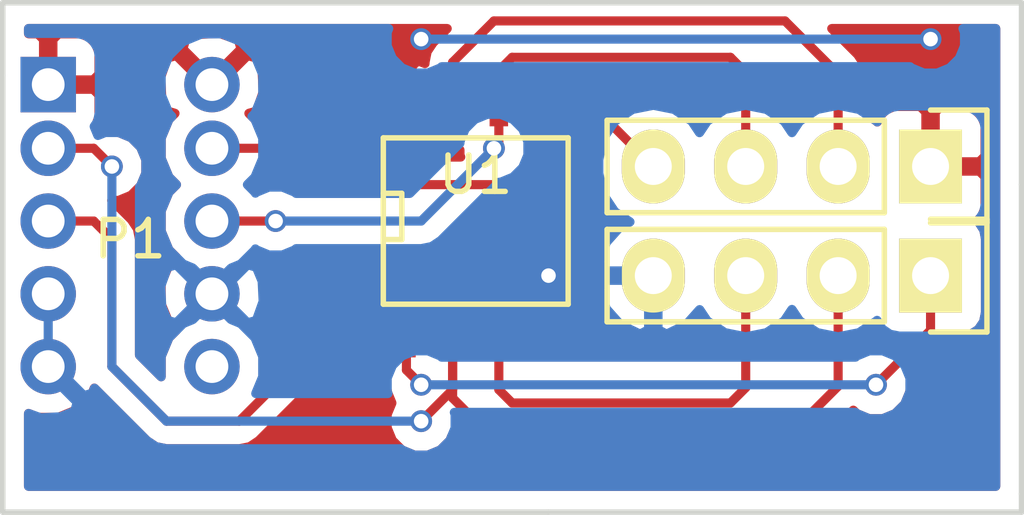
<source format=kicad_pcb>
(kicad_pcb (version 4) (host pcbnew 4.0.4-stable)

  (general
    (links 17)
    (no_connects 0)
    (area 98.466667 113.466666 131.675 128.075001)
    (thickness 1.6)
    (drawings 9)
    (tracks 64)
    (zones 0)
    (modules 4)
    (nets 9)
  )

  (page A4)
  (layers
    (0 F.Cu signal hide)
    (31 B.Cu signal)
    (32 B.Adhes user)
    (33 F.Adhes user)
    (34 B.Paste user)
    (35 F.Paste user)
    (36 B.SilkS user)
    (37 F.SilkS user)
    (38 B.Mask user)
    (39 F.Mask user)
    (40 Dwgs.User user)
    (41 Cmts.User user)
    (42 Eco1.User user)
    (43 Eco2.User user)
    (44 Edge.Cuts user)
    (45 Margin user)
    (46 B.CrtYd user)
    (47 F.CrtYd user)
    (48 B.Fab user)
    (49 F.Fab user)
  )

  (setup
    (last_trace_width 0.25)
    (trace_clearance 0.2)
    (zone_clearance 0.508)
    (zone_45_only no)
    (trace_min 0.006)
    (segment_width 0.2)
    (edge_width 0.15)
    (via_size 0.6)
    (via_drill 0.4)
    (via_min_size 0.027)
    (via_min_drill 0.3)
    (uvia_size 0.3)
    (uvia_drill 0.1)
    (uvias_allowed no)
    (uvia_min_size 0)
    (uvia_min_drill 0.1)
    (pcb_text_width 0.3)
    (pcb_text_size 1.5 1.5)
    (mod_edge_width 0.15)
    (mod_text_size 1 1)
    (mod_text_width 0.15)
    (pad_size 1.524 1.524)
    (pad_drill 0.762)
    (pad_to_mask_clearance 0.2)
    (aux_axis_origin 0 0)
    (visible_elements FFFFFF5F)
    (pcbplotparams
      (layerselection 0x00030_80000001)
      (usegerberextensions false)
      (excludeedgelayer true)
      (linewidth 0.100000)
      (plotframeref false)
      (viasonmask false)
      (mode 1)
      (useauxorigin false)
      (hpglpennumber 1)
      (hpglpenspeed 20)
      (hpglpendiameter 15)
      (hpglpenoverlay 2)
      (psnegative false)
      (psa4output false)
      (plotreference true)
      (plotvalue true)
      (plotinvisibletext false)
      (padsonsilk false)
      (subtractmaskfromsilk false)
      (outputformat 1)
      (mirror false)
      (drillshape 0)
      (scaleselection 1)
      (outputdirectory gerbers/))
  )

  (net 0 "")
  (net 1 ~CS)
  (net 2 MISO)
  (net 3 GND)
  (net 4 VCC)
  (net 5 ~SCK)
  (net 6 MOSI)
  (net 7 ~WP)
  (net 8 ~HOLD)

  (net_class Default "This is the default net class."
    (clearance 0.2)
    (trace_width 0.25)
    (via_dia 0.6)
    (via_drill 0.4)
    (uvia_dia 0.3)
    (uvia_drill 0.1)
    (add_net GND)
    (add_net MISO)
    (add_net MOSI)
    (add_net VCC)
    (add_net ~CS)
    (add_net ~HOLD)
    (add_net ~SCK)
    (add_net ~WP)
  )

  (module Testlib:MOLEX-87264-1052 (layer F.Cu) (tedit 5837284E) (tstamp 58372956)
    (at 103.5 120)
    (path /583537AB)
    (fp_text reference P1 (at 0 0.5) (layer F.SilkS)
      (effects (font (size 1 1) (thickness 0.15)))
    )
    (fp_text value CONN_02X05 (at 0 5.5) (layer F.Fab)
      (effects (font (size 1 1) (thickness 0.15)))
    )
    (pad 6 thru_hole circle (at -2.25 0) (size 1.524 1.524) (drill 0.9) (layers *.Cu *.Mask)
      (net 1 ~CS))
    (pad 4 thru_hole circle (at -2.25 -2) (size 1.524 1.524) (drill 0.9) (layers *.Cu *.Mask)
      (net 2 MISO))
    (pad 8 thru_hole circle (at -2.25 2) (size 1.524 1.524) (drill 0.9) (layers *.Cu *.Mask)
      (net 3 GND))
    (pad 10 thru_hole circle (at -2.25 4) (size 1.524 1.524) (drill 0.9) (layers *.Cu *.Mask)
      (net 3 GND))
    (pad 2 thru_hole rect (at -2.25 -3.75) (size 1.524 1.524) (drill 0.9) (layers *.Cu *.Mask)
      (net 4 VCC))
    (pad 9 thru_hole circle (at 2.25 4) (size 1.524 1.524) (drill 0.9) (layers *.Cu *.Mask))
    (pad 7 thru_hole circle (at 2.25 2) (size 1.524 1.524) (drill 0.9) (layers *.Cu *.Mask)
      (net 3 GND))
    (pad 5 thru_hole circle (at 2.25 0) (size 1.524 1.524) (drill 0.9) (layers *.Cu *.Mask)
      (net 5 ~SCK))
    (pad 3 thru_hole circle (at 2.25 -2) (size 1.524 1.524) (drill 0.9) (layers *.Cu *.Mask)
      (net 6 MOSI))
    (pad 1 thru_hole circle (at 2.25 -3.75) (size 1.524 1.524) (drill 0.9) (layers *.Cu *.Mask)
      (net 4 VCC))
  )

  (module Pin_Headers:Pin_Header_Straight_1x04 (layer F.Cu) (tedit 0) (tstamp 5837295E)
    (at 125.5 121.5 270)
    (descr "Through hole pin header")
    (tags "pin header")
    (path /58372B0B)
    (fp_text reference P2 (at 0 -5.1 270) (layer F.SilkS)
      (effects (font (size 1 1) (thickness 0.15)))
    )
    (fp_text value CONN_01X04 (at 0 -3.1 270) (layer F.Fab)
      (effects (font (size 1 1) (thickness 0.15)))
    )
    (fp_line (start -1.75 -1.75) (end -1.75 9.4) (layer F.CrtYd) (width 0.05))
    (fp_line (start 1.75 -1.75) (end 1.75 9.4) (layer F.CrtYd) (width 0.05))
    (fp_line (start -1.75 -1.75) (end 1.75 -1.75) (layer F.CrtYd) (width 0.05))
    (fp_line (start -1.75 9.4) (end 1.75 9.4) (layer F.CrtYd) (width 0.05))
    (fp_line (start -1.27 1.27) (end -1.27 8.89) (layer F.SilkS) (width 0.15))
    (fp_line (start 1.27 1.27) (end 1.27 8.89) (layer F.SilkS) (width 0.15))
    (fp_line (start 1.55 -1.55) (end 1.55 0) (layer F.SilkS) (width 0.15))
    (fp_line (start -1.27 8.89) (end 1.27 8.89) (layer F.SilkS) (width 0.15))
    (fp_line (start 1.27 1.27) (end -1.27 1.27) (layer F.SilkS) (width 0.15))
    (fp_line (start -1.55 0) (end -1.55 -1.55) (layer F.SilkS) (width 0.15))
    (fp_line (start -1.55 -1.55) (end 1.55 -1.55) (layer F.SilkS) (width 0.15))
    (pad 1 thru_hole rect (at 0 0 270) (size 2.032 1.7272) (drill 1.016) (layers *.Cu *.Mask F.SilkS)
      (net 1 ~CS))
    (pad 2 thru_hole oval (at 0 2.54 270) (size 2.032 1.7272) (drill 1.016) (layers *.Cu *.Mask F.SilkS)
      (net 2 MISO))
    (pad 3 thru_hole oval (at 0 5.08 270) (size 2.032 1.7272) (drill 1.016) (layers *.Cu *.Mask F.SilkS)
      (net 7 ~WP))
    (pad 4 thru_hole oval (at 0 7.62 270) (size 2.032 1.7272) (drill 1.016) (layers *.Cu *.Mask F.SilkS)
      (net 3 GND))
    (model Pin_Headers.3dshapes/Pin_Header_Straight_1x04.wrl
      (at (xyz 0 -0.15 0))
      (scale (xyz 1 1 1))
      (rotate (xyz 0 0 90))
    )
  )

  (module Pin_Headers:Pin_Header_Straight_1x04 (layer F.Cu) (tedit 0) (tstamp 58372966)
    (at 125.5 118.5 270)
    (descr "Through hole pin header")
    (tags "pin header")
    (path /58372B32)
    (fp_text reference P3 (at 0 -5.1 270) (layer F.SilkS)
      (effects (font (size 1 1) (thickness 0.15)))
    )
    (fp_text value CONN_01X04 (at 0 -3.1 270) (layer F.Fab)
      (effects (font (size 1 1) (thickness 0.15)))
    )
    (fp_line (start -1.75 -1.75) (end -1.75 9.4) (layer F.CrtYd) (width 0.05))
    (fp_line (start 1.75 -1.75) (end 1.75 9.4) (layer F.CrtYd) (width 0.05))
    (fp_line (start -1.75 -1.75) (end 1.75 -1.75) (layer F.CrtYd) (width 0.05))
    (fp_line (start -1.75 9.4) (end 1.75 9.4) (layer F.CrtYd) (width 0.05))
    (fp_line (start -1.27 1.27) (end -1.27 8.89) (layer F.SilkS) (width 0.15))
    (fp_line (start 1.27 1.27) (end 1.27 8.89) (layer F.SilkS) (width 0.15))
    (fp_line (start 1.55 -1.55) (end 1.55 0) (layer F.SilkS) (width 0.15))
    (fp_line (start -1.27 8.89) (end 1.27 8.89) (layer F.SilkS) (width 0.15))
    (fp_line (start 1.27 1.27) (end -1.27 1.27) (layer F.SilkS) (width 0.15))
    (fp_line (start -1.55 0) (end -1.55 -1.55) (layer F.SilkS) (width 0.15))
    (fp_line (start -1.55 -1.55) (end 1.55 -1.55) (layer F.SilkS) (width 0.15))
    (pad 1 thru_hole rect (at 0 0 270) (size 2.032 1.7272) (drill 1.016) (layers *.Cu *.Mask F.SilkS)
      (net 4 VCC))
    (pad 2 thru_hole oval (at 0 2.54 270) (size 2.032 1.7272) (drill 1.016) (layers *.Cu *.Mask F.SilkS)
      (net 8 ~HOLD))
    (pad 3 thru_hole oval (at 0 5.08 270) (size 2.032 1.7272) (drill 1.016) (layers *.Cu *.Mask F.SilkS)
      (net 5 ~SCK))
    (pad 4 thru_hole oval (at 0 7.62 270) (size 2.032 1.7272) (drill 1.016) (layers *.Cu *.Mask F.SilkS)
      (net 6 MOSI))
    (model Pin_Headers.3dshapes/Pin_Header_Straight_1x04.wrl
      (at (xyz 0 -0.15 0))
      (scale (xyz 1 1 1))
      (rotate (xyz 0 0 90))
    )
  )

  (module SMD_Packages:SOIC-8-N (layer F.Cu) (tedit 0) (tstamp 58372972)
    (at 113 120)
    (descr "Module Narrow CMS SOJ 8 pins large")
    (tags "CMS SOJ")
    (path /5835393B)
    (attr smd)
    (fp_text reference U1 (at 0 -1.27) (layer F.SilkS)
      (effects (font (size 1 1) (thickness 0.15)))
    )
    (fp_text value 25LC_EEPROM (at 0 1.27) (layer F.Fab)
      (effects (font (size 1 1) (thickness 0.15)))
    )
    (fp_line (start -2.54 -2.286) (end 2.54 -2.286) (layer F.SilkS) (width 0.15))
    (fp_line (start 2.54 -2.286) (end 2.54 2.286) (layer F.SilkS) (width 0.15))
    (fp_line (start 2.54 2.286) (end -2.54 2.286) (layer F.SilkS) (width 0.15))
    (fp_line (start -2.54 2.286) (end -2.54 -2.286) (layer F.SilkS) (width 0.15))
    (fp_line (start -2.54 -0.762) (end -2.032 -0.762) (layer F.SilkS) (width 0.15))
    (fp_line (start -2.032 -0.762) (end -2.032 0.508) (layer F.SilkS) (width 0.15))
    (fp_line (start -2.032 0.508) (end -2.54 0.508) (layer F.SilkS) (width 0.15))
    (pad 8 smd rect (at -1.905 -3.175) (size 0.508 1.143) (layers F.Cu F.Paste F.Mask)
      (net 4 VCC))
    (pad 7 smd rect (at -0.635 -3.175) (size 0.508 1.143) (layers F.Cu F.Paste F.Mask)
      (net 8 ~HOLD))
    (pad 6 smd rect (at 0.635 -3.175) (size 0.508 1.143) (layers F.Cu F.Paste F.Mask)
      (net 5 ~SCK))
    (pad 5 smd rect (at 1.905 -3.175) (size 0.508 1.143) (layers F.Cu F.Paste F.Mask)
      (net 6 MOSI))
    (pad 4 smd rect (at 1.905 3.175) (size 0.508 1.143) (layers F.Cu F.Paste F.Mask)
      (net 3 GND))
    (pad 3 smd rect (at 0.635 3.175) (size 0.508 1.143) (layers F.Cu F.Paste F.Mask)
      (net 7 ~WP))
    (pad 2 smd rect (at -0.635 3.175) (size 0.508 1.143) (layers F.Cu F.Paste F.Mask)
      (net 2 MISO))
    (pad 1 smd rect (at -1.905 3.175) (size 0.508 1.143) (layers F.Cu F.Paste F.Mask)
      (net 1 ~CS))
    (model SMD_Packages.3dshapes/SOIC-8-N.wrl
      (at (xyz 0 0 0))
      (scale (xyz 0.5 0.38 0.5))
      (rotate (xyz 0 0 0))
    )
  )

  (gr_line (start 128 128) (end 128 127.5) (angle 90) (layer Edge.Cuts) (width 0.15))
  (gr_line (start 115 128) (end 128 128) (angle 90) (layer Edge.Cuts) (width 0.15))
  (gr_line (start 128 119) (end 128 127.5) (angle 90) (layer Edge.Cuts) (width 0.15))
  (gr_line (start 128 114) (end 115 114) (angle 90) (layer Edge.Cuts) (width 0.15))
  (gr_line (start 128 119) (end 128 114) (angle 90) (layer Edge.Cuts) (width 0.15))
  (gr_line (start 100 114) (end 100 116) (angle 90) (layer Edge.Cuts) (width 0.15))
  (gr_line (start 115 114) (end 100 114) (angle 90) (layer Edge.Cuts) (width 0.15))
  (gr_line (start 100 128) (end 115 128) (angle 90) (layer Edge.Cuts) (width 0.15))
  (gr_line (start 100 128) (end 100 116) (angle 90) (layer Edge.Cuts) (width 0.15))

  (segment (start 111.095 123.175) (end 111.095 124.095) (width 0.25) (layer F.Cu) (net 1))
  (segment (start 125.5 123) (end 125.5 121.5) (width 0.25) (layer F.Cu) (net 1) (tstamp 5837372A))
  (segment (start 124 124.5) (end 125.5 123) (width 0.25) (layer F.Cu) (net 1) (tstamp 58373729))
  (via (at 124 124.5) (size 0.6) (drill 0.4) (layers F.Cu B.Cu) (net 1))
  (segment (start 111.5 124.5) (end 124 124.5) (width 0.25) (layer B.Cu) (net 1) (tstamp 58373721))
  (via (at 111.5 124.5) (size 0.6) (drill 0.4) (layers F.Cu B.Cu) (net 1))
  (segment (start 111.095 124.095) (end 111.5 124.5) (width 0.25) (layer F.Cu) (net 1) (tstamp 5837371B))
  (segment (start 111.095 123.175) (end 108.825 123.175) (width 0.25) (layer F.Cu) (net 1))
  (segment (start 102.5 120) (end 101.25 120) (width 0.25) (layer F.Cu) (net 1) (tstamp 5837362E))
  (segment (start 103 120.5) (end 102.5 120) (width 0.25) (layer F.Cu) (net 1) (tstamp 5837362C))
  (segment (start 103 124) (end 103 120.5) (width 0.25) (layer F.Cu) (net 1) (tstamp 58373629))
  (segment (start 104.5 125.5) (end 103 124) (width 0.25) (layer F.Cu) (net 1) (tstamp 58373625))
  (segment (start 106.5 125.5) (end 104.5 125.5) (width 0.25) (layer F.Cu) (net 1) (tstamp 58373623))
  (segment (start 108.825 123.175) (end 106.5 125.5) (width 0.25) (layer F.Cu) (net 1) (tstamp 5837361A))
  (segment (start 112.365 123.175) (end 112.365 124.865) (width 0.25) (layer F.Cu) (net 2))
  (segment (start 122.96 124.54) (end 122.96 121.5) (width 0.25) (layer F.Cu) (net 2) (tstamp 5837370F))
  (segment (start 121.5 126) (end 122.96 124.54) (width 0.25) (layer F.Cu) (net 2) (tstamp 58373700))
  (segment (start 113.5 126) (end 121.5 126) (width 0.25) (layer F.Cu) (net 2) (tstamp 583736FC))
  (segment (start 112.365 124.865) (end 113.5 126) (width 0.25) (layer F.Cu) (net 2) (tstamp 583736F9))
  (segment (start 101.25 118) (end 102.5 118) (width 0.25) (layer F.Cu) (net 2))
  (segment (start 112.365 124.635) (end 112.365 123.175) (width 0.25) (layer F.Cu) (net 2) (tstamp 58373686))
  (segment (start 111.5 125.5) (end 112.365 124.635) (width 0.25) (layer F.Cu) (net 2) (tstamp 58373685))
  (via (at 111.5 125.5) (size 0.6) (drill 0.4) (layers F.Cu B.Cu) (net 2))
  (segment (start 104.5 125.5) (end 111.5 125.5) (width 0.25) (layer B.Cu) (net 2) (tstamp 5837367D))
  (segment (start 103 124) (end 104.5 125.5) (width 0.25) (layer B.Cu) (net 2) (tstamp 58373678))
  (segment (start 103 118.5) (end 103 124) (width 0.25) (layer B.Cu) (net 2) (tstamp 58373677))
  (via (at 103 118.5) (size 0.6) (drill 0.4) (layers F.Cu B.Cu) (net 2))
  (segment (start 102.5 118) (end 103 118.5) (width 0.25) (layer F.Cu) (net 2) (tstamp 58373672))
  (segment (start 114.905 123.175) (end 114.905 121.595) (width 0.25) (layer F.Cu) (net 3))
  (via (at 115 121.5) (size 0.6) (drill 0.4) (layers F.Cu B.Cu) (net 3))
  (segment (start 114.905 121.595) (end 115 121.5) (width 0.25) (layer F.Cu) (net 3) (tstamp 58373887))
  (segment (start 101.25 124) (end 101.25 122) (width 0.25) (layer B.Cu) (net 3))
  (via (at 111.5 115) (size 0.6) (drill 0.4) (layers F.Cu B.Cu) (net 4))
  (via (at 125.5 115) (size 0.6) (drill 0.4) (layers F.Cu B.Cu) (net 4))
  (segment (start 111.5 115) (end 125.5 115) (width 0.25) (layer B.Cu) (net 4) (tstamp 583779F8))
  (segment (start 113.635 116.825) (end 113.635 117.865) (width 0.25) (layer F.Cu) (net 5))
  (segment (start 107.5 120) (end 105.75 120) (width 0.25) (layer F.Cu) (net 5) (tstamp 58373762))
  (via (at 107.5 120) (size 0.6) (drill 0.4) (layers F.Cu B.Cu) (net 5))
  (segment (start 111.5 120) (end 107.5 120) (width 0.25) (layer B.Cu) (net 5) (tstamp 58373759))
  (segment (start 113.5 118) (end 111.5 120) (width 0.25) (layer B.Cu) (net 5) (tstamp 58373758))
  (via (at 113.5 118) (size 0.6) (drill 0.4) (layers F.Cu B.Cu) (net 5))
  (segment (start 113.635 117.865) (end 113.5 118) (width 0.25) (layer F.Cu) (net 5) (tstamp 5837374F))
  (segment (start 113.635 116.825) (end 113.635 115.865) (width 0.25) (layer F.Cu) (net 5))
  (segment (start 120.42 115.92) (end 120.42 118.5) (width 0.25) (layer F.Cu) (net 5) (tstamp 583735ED))
  (segment (start 120 115.5) (end 120.42 115.92) (width 0.25) (layer F.Cu) (net 5) (tstamp 583735E2))
  (segment (start 114 115.5) (end 120 115.5) (width 0.25) (layer F.Cu) (net 5) (tstamp 583735DF))
  (segment (start 113.635 115.865) (end 114 115.5) (width 0.25) (layer F.Cu) (net 5) (tstamp 583735DB))
  (segment (start 114.905 116.825) (end 114.905 118.095) (width 0.25) (layer F.Cu) (net 6))
  (segment (start 108.5 118) (end 105.75 118) (width 0.25) (layer F.Cu) (net 6) (tstamp 58373773))
  (segment (start 109.5 119) (end 108.5 118) (width 0.25) (layer F.Cu) (net 6) (tstamp 5837376F))
  (segment (start 114 119) (end 109.5 119) (width 0.25) (layer F.Cu) (net 6) (tstamp 5837376D))
  (segment (start 114.905 118.095) (end 114 119) (width 0.25) (layer F.Cu) (net 6) (tstamp 58373769))
  (segment (start 114.905 116.825) (end 116.205 116.825) (width 0.25) (layer F.Cu) (net 6))
  (segment (start 116.205 116.825) (end 117.88 118.5) (width 0.25) (layer F.Cu) (net 6) (tstamp 583735CD))
  (segment (start 113.635 123.175) (end 113.635 124.635) (width 0.25) (layer F.Cu) (net 7))
  (segment (start 120.42 124.58) (end 120.42 121.5) (width 0.25) (layer F.Cu) (net 7) (tstamp 583736E6))
  (segment (start 120 125) (end 120.42 124.58) (width 0.25) (layer F.Cu) (net 7) (tstamp 583736E1))
  (segment (start 114 125) (end 120 125) (width 0.25) (layer F.Cu) (net 7) (tstamp 583736E0))
  (segment (start 113.635 124.635) (end 114 125) (width 0.25) (layer F.Cu) (net 7) (tstamp 583736D3))
  (segment (start 112.365 116.825) (end 112.365 115.635) (width 0.25) (layer F.Cu) (net 8))
  (segment (start 122.96 115.96) (end 122.96 118.5) (width 0.25) (layer F.Cu) (net 8) (tstamp 58373609))
  (segment (start 121.5 114.5) (end 122.96 115.96) (width 0.25) (layer F.Cu) (net 8) (tstamp 58373603))
  (segment (start 113.5 114.5) (end 121.5 114.5) (width 0.25) (layer F.Cu) (net 8) (tstamp 583735FD))
  (segment (start 112.365 115.635) (end 113.5 114.5) (width 0.25) (layer F.Cu) (net 8) (tstamp 583735F5))

  (zone (net 4) (net_name VCC) (layer F.Cu) (tstamp 583737F6) (hatch full 0.508)
    (connect_pads (clearance 0.508))
    (min_thickness 0.254)
    (fill yes (arc_segments 16) (thermal_gap 0.508) (thermal_bridge_width 0.508))
    (polygon
      (pts
        (xy 128 128) (xy 100 128) (xy 100 114) (xy 128 114)
      )
    )
    (filled_polygon
      (pts
        (xy 127.29 127.29) (xy 100.71 127.29) (xy 100.71 125.288422) (xy 100.9709 125.396757) (xy 101.526661 125.397242)
        (xy 102.040303 125.18501) (xy 102.433629 124.79237) (xy 102.516938 124.59174) (xy 103.962599 126.037401) (xy 104.20916 126.202148)
        (xy 104.5 126.26) (xy 106.5 126.26) (xy 106.790839 126.202148) (xy 107.037401 126.037401) (xy 109.139802 123.935)
        (xy 110.229029 123.935) (xy 110.237838 123.981817) (xy 110.345886 124.149729) (xy 110.392852 124.385839) (xy 110.557599 124.632401)
        (xy 110.564878 124.63968) (xy 110.564838 124.685167) (xy 110.695069 125.000351) (xy 110.565162 125.313201) (xy 110.564838 125.685167)
        (xy 110.706883 126.028943) (xy 110.969673 126.292192) (xy 111.313201 126.434838) (xy 111.685167 126.435162) (xy 112.028943 126.293117)
        (xy 112.292192 126.030327) (xy 112.340115 125.914917) (xy 112.962599 126.537401) (xy 113.20916 126.702148) (xy 113.5 126.76)
        (xy 121.5 126.76) (xy 121.790839 126.702148) (xy 122.037401 126.537401) (xy 123.376223 125.198579) (xy 123.469673 125.292192)
        (xy 123.813201 125.434838) (xy 124.185167 125.435162) (xy 124.528943 125.293117) (xy 124.792192 125.030327) (xy 124.934838 124.686799)
        (xy 124.934879 124.639923) (xy 126.037401 123.537401) (xy 126.202148 123.29084) (xy 126.22749 123.16344) (xy 126.3636 123.16344)
        (xy 126.598917 123.119162) (xy 126.815041 122.98009) (xy 126.960031 122.76789) (xy 127.01104 122.516) (xy 127.01104 120.484)
        (xy 126.966762 120.248683) (xy 126.82769 120.032559) (xy 126.778605 119.999021) (xy 126.901927 119.875698) (xy 126.9986 119.642309)
        (xy 126.9986 118.78575) (xy 126.83985 118.627) (xy 125.627 118.627) (xy 125.627 118.647) (xy 125.373 118.647)
        (xy 125.373 118.627) (xy 125.353 118.627) (xy 125.353 118.373) (xy 125.373 118.373) (xy 125.373 117.00775)
        (xy 125.627 117.00775) (xy 125.627 118.373) (xy 126.83985 118.373) (xy 126.9986 118.21425) (xy 126.9986 117.357691)
        (xy 126.901927 117.124302) (xy 126.723299 116.945673) (xy 126.48991 116.849) (xy 125.78575 116.849) (xy 125.627 117.00775)
        (xy 125.373 117.00775) (xy 125.21425 116.849) (xy 124.51009 116.849) (xy 124.276701 116.945673) (xy 124.098073 117.124302)
        (xy 124.0345 117.27778) (xy 124.01967 117.255585) (xy 123.72 117.055352) (xy 123.72 115.96) (xy 123.662148 115.669161)
        (xy 123.497401 115.422599) (xy 122.784802 114.71) (xy 127.29 114.71)
      )
    )
    (filled_polygon
      (pts
        (xy 111.827599 115.097599) (xy 111.662852 115.344161) (xy 111.605 115.635) (xy 111.605 115.67222) (xy 111.475309 115.6185)
        (xy 111.38075 115.6185) (xy 111.222 115.77725) (xy 111.222 116.698) (xy 111.242 116.698) (xy 111.242 116.952)
        (xy 111.222 116.952) (xy 111.222 117.87275) (xy 111.38075 118.0315) (xy 111.475309 118.0315) (xy 111.708698 117.934827)
        (xy 111.735235 117.908291) (xy 111.85911 117.992931) (xy 112.111 118.04394) (xy 112.564961 118.04394) (xy 112.564838 118.185167)
        (xy 112.587494 118.24) (xy 109.814802 118.24) (xy 109.037401 117.462599) (xy 108.790839 117.297852) (xy 108.5 117.24)
        (xy 106.947531 117.24) (xy 106.93501 117.209697) (xy 106.836236 117.11075) (xy 110.206 117.11075) (xy 110.206 117.52281)
        (xy 110.302673 117.756199) (xy 110.481302 117.934827) (xy 110.714691 118.0315) (xy 110.80925 118.0315) (xy 110.968 117.87275)
        (xy 110.968 116.952) (xy 110.36475 116.952) (xy 110.206 117.11075) (xy 106.836236 117.11075) (xy 106.765962 117.040354)
        (xy 106.972397 116.981143) (xy 107.159144 116.457698) (xy 107.142602 116.12719) (xy 110.206 116.12719) (xy 110.206 116.53925)
        (xy 110.36475 116.698) (xy 110.968 116.698) (xy 110.968 115.77725) (xy 110.80925 115.6185) (xy 110.714691 115.6185)
        (xy 110.481302 115.715173) (xy 110.302673 115.893801) (xy 110.206 116.12719) (xy 107.142602 116.12719) (xy 107.131362 115.902632)
        (xy 106.972397 115.518857) (xy 106.730213 115.449392) (xy 105.929605 116.25) (xy 105.943748 116.264143) (xy 105.764143 116.443748)
        (xy 105.75 116.429605) (xy 105.735858 116.443748) (xy 105.556253 116.264143) (xy 105.570395 116.25) (xy 104.769787 115.449392)
        (xy 104.527603 115.518857) (xy 104.340856 116.042302) (xy 104.368638 116.597368) (xy 104.527603 116.981143) (xy 104.733961 117.040332)
        (xy 104.566371 117.20763) (xy 104.353243 117.7209) (xy 104.352758 118.276661) (xy 104.56499 118.790303) (xy 104.774342 119.000021)
        (xy 104.566371 119.20763) (xy 104.353243 119.7209) (xy 104.352758 120.276661) (xy 104.56499 120.790303) (xy 104.774342 121.000021)
        (xy 104.566371 121.20763) (xy 104.353243 121.7209) (xy 104.352758 122.276661) (xy 104.56499 122.790303) (xy 104.774342 123.000021)
        (xy 104.566371 123.20763) (xy 104.353243 123.7209) (xy 104.352758 124.276661) (xy 104.35367 124.278868) (xy 103.76 123.685198)
        (xy 103.76 120.5) (xy 103.702148 120.209161) (xy 103.537401 119.962599) (xy 103.037401 119.462599) (xy 102.996092 119.434997)
        (xy 103.185167 119.435162) (xy 103.528943 119.293117) (xy 103.792192 119.030327) (xy 103.934838 118.686799) (xy 103.935162 118.314833)
        (xy 103.793117 117.971057) (xy 103.530327 117.707808) (xy 103.186799 117.565162) (xy 103.139923 117.565121) (xy 103.037401 117.462599)
        (xy 102.790839 117.297852) (xy 102.596895 117.259274) (xy 102.647 117.13831) (xy 102.647 116.53575) (xy 102.48825 116.377)
        (xy 101.377 116.377) (xy 101.377 116.397) (xy 101.123 116.397) (xy 101.123 116.377) (xy 101.103 116.377)
        (xy 101.103 116.123) (xy 101.123 116.123) (xy 101.123 115.01175) (xy 101.377 115.01175) (xy 101.377 116.123)
        (xy 102.48825 116.123) (xy 102.647 115.96425) (xy 102.647 115.36169) (xy 102.608933 115.269787) (xy 104.949392 115.269787)
        (xy 105.75 116.070395) (xy 106.550608 115.269787) (xy 106.481143 115.027603) (xy 105.957698 114.840856) (xy 105.402632 114.868638)
        (xy 105.018857 115.027603) (xy 104.949392 115.269787) (xy 102.608933 115.269787) (xy 102.550327 115.128301) (xy 102.371698 114.949673)
        (xy 102.138309 114.853) (xy 101.53575 114.853) (xy 101.377 115.01175) (xy 101.123 115.01175) (xy 100.96425 114.853)
        (xy 100.71 114.853) (xy 100.71 114.71) (xy 112.215198 114.71)
      )
    )
  )
  (zone (net 3) (net_name GND) (layer B.Cu) (tstamp 5837381B) (hatch full 0.508)
    (connect_pads (clearance 0.508))
    (min_thickness 0.254)
    (fill yes (arc_segments 16) (thermal_gap 0.508) (thermal_bridge_width 0.508))
    (polygon
      (pts
        (xy 128 128) (xy 100 128) (xy 100 114) (xy 128 114)
      )
    )
    (filled_polygon
      (pts
        (xy 110.565162 114.813201) (xy 110.564838 115.185167) (xy 110.706883 115.528943) (xy 110.969673 115.792192) (xy 111.313201 115.934838)
        (xy 111.685167 115.935162) (xy 112.028943 115.793117) (xy 112.062118 115.76) (xy 124.937537 115.76) (xy 124.969673 115.792192)
        (xy 125.313201 115.934838) (xy 125.685167 115.935162) (xy 126.028943 115.793117) (xy 126.292192 115.530327) (xy 126.434838 115.186799)
        (xy 126.435162 114.814833) (xy 126.391846 114.71) (xy 127.29 114.71) (xy 127.29 127.29) (xy 100.71 127.29)
        (xy 100.71 125.29059) (xy 101.042302 125.409144) (xy 101.597368 125.381362) (xy 101.981143 125.222397) (xy 102.050608 124.980213)
        (xy 101.25 124.179605) (xy 101.235858 124.193748) (xy 101.056253 124.014143) (xy 101.070395 124) (xy 101.056253 123.985858)
        (xy 101.235858 123.806253) (xy 101.25 123.820395) (xy 101.264143 123.806253) (xy 101.443748 123.985858) (xy 101.429605 124)
        (xy 102.230213 124.800608) (xy 102.472397 124.731143) (xy 102.520766 124.595568) (xy 103.962599 126.037401) (xy 104.20916 126.202148)
        (xy 104.5 126.26) (xy 110.937537 126.26) (xy 110.969673 126.292192) (xy 111.313201 126.434838) (xy 111.685167 126.435162)
        (xy 112.028943 126.293117) (xy 112.292192 126.030327) (xy 112.434838 125.686799) (xy 112.435162 125.314833) (xy 112.412506 125.26)
        (xy 123.437537 125.26) (xy 123.469673 125.292192) (xy 123.813201 125.434838) (xy 124.185167 125.435162) (xy 124.528943 125.293117)
        (xy 124.792192 125.030327) (xy 124.934838 124.686799) (xy 124.935162 124.314833) (xy 124.793117 123.971057) (xy 124.530327 123.707808)
        (xy 124.186799 123.565162) (xy 123.814833 123.564838) (xy 123.471057 123.706883) (xy 123.437882 123.74) (xy 112.062463 123.74)
        (xy 112.030327 123.707808) (xy 111.686799 123.565162) (xy 111.314833 123.564838) (xy 110.971057 123.706883) (xy 110.707808 123.969673)
        (xy 110.565162 124.313201) (xy 110.564838 124.685167) (xy 110.587494 124.74) (xy 106.955375 124.74) (xy 107.146757 124.2791)
        (xy 107.147242 123.723339) (xy 106.93501 123.209697) (xy 106.54237 122.816371) (xy 106.276273 122.705878) (xy 105.75 122.179605)
        (xy 105.223698 122.705907) (xy 104.959697 122.81499) (xy 104.566371 123.20763) (xy 104.353243 123.7209) (xy 104.352758 124.276661)
        (xy 104.35367 124.278868) (xy 103.76 123.685198) (xy 103.76 121.792302) (xy 104.340856 121.792302) (xy 104.368638 122.347368)
        (xy 104.527603 122.731143) (xy 104.769787 122.800608) (xy 105.570395 122) (xy 105.929605 122) (xy 106.730213 122.800608)
        (xy 106.972397 122.731143) (xy 107.159144 122.207698) (xy 107.141837 121.861913) (xy 116.394816 121.861913) (xy 116.588046 122.41432)
        (xy 116.977964 122.850732) (xy 117.505209 123.104709) (xy 117.520974 123.107358) (xy 117.753 122.986217) (xy 117.753 121.627)
        (xy 116.539076 121.627) (xy 116.394816 121.861913) (xy 107.141837 121.861913) (xy 107.131362 121.652632) (xy 106.972397 121.268857)
        (xy 106.730213 121.199392) (xy 105.929605 122) (xy 105.570395 122) (xy 104.769787 121.199392) (xy 104.527603 121.268857)
        (xy 104.340856 121.792302) (xy 103.76 121.792302) (xy 103.76 119.062463) (xy 103.792192 119.030327) (xy 103.934838 118.686799)
        (xy 103.935162 118.314833) (xy 103.793117 117.971057) (xy 103.530327 117.707808) (xy 103.186799 117.565162) (xy 102.814833 117.564838)
        (xy 102.615741 117.647101) (xy 102.514316 117.401632) (xy 102.608431 117.26389) (xy 102.65944 117.012) (xy 102.65944 116.526661)
        (xy 104.352758 116.526661) (xy 104.56499 117.040303) (xy 104.649343 117.124803) (xy 104.566371 117.20763) (xy 104.353243 117.7209)
        (xy 104.352758 118.276661) (xy 104.56499 118.790303) (xy 104.774342 119.000021) (xy 104.566371 119.20763) (xy 104.353243 119.7209)
        (xy 104.352758 120.276661) (xy 104.56499 120.790303) (xy 104.95763 121.183629) (xy 105.223727 121.294122) (xy 105.75 121.820395)
        (xy 106.276302 121.294093) (xy 106.540303 121.18501) (xy 106.933629 120.79237) (xy 106.94427 120.766744) (xy 106.969673 120.792192)
        (xy 107.313201 120.934838) (xy 107.685167 120.935162) (xy 108.028943 120.793117) (xy 108.062118 120.76) (xy 111.5 120.76)
        (xy 111.790839 120.702148) (xy 112.037401 120.537401) (xy 113.63968 118.935122) (xy 113.685167 118.935162) (xy 114.028943 118.793117)
        (xy 114.292192 118.530327) (xy 114.381498 118.315255) (xy 116.3814 118.315255) (xy 116.3814 118.684745) (xy 116.495474 119.258234)
        (xy 116.82033 119.744415) (xy 117.238447 120.023792) (xy 116.977964 120.149268) (xy 116.588046 120.58568) (xy 116.394816 121.138087)
        (xy 116.539076 121.373) (xy 117.753 121.373) (xy 117.753 121.353) (xy 118.007 121.353) (xy 118.007 121.373)
        (xy 118.027 121.373) (xy 118.027 121.627) (xy 118.007 121.627) (xy 118.007 122.986217) (xy 118.239026 123.107358)
        (xy 118.254791 123.104709) (xy 118.782036 122.850732) (xy 119.153539 122.434931) (xy 119.36033 122.744415) (xy 119.846511 123.069271)
        (xy 120.42 123.183345) (xy 120.993489 123.069271) (xy 121.47967 122.744415) (xy 121.69 122.429634) (xy 121.90033 122.744415)
        (xy 122.386511 123.069271) (xy 122.96 123.183345) (xy 123.533489 123.069271) (xy 124.01967 122.744415) (xy 124.029243 122.730087)
        (xy 124.033238 122.751317) (xy 124.17231 122.967441) (xy 124.38451 123.112431) (xy 124.6364 123.16344) (xy 126.3636 123.16344)
        (xy 126.598917 123.119162) (xy 126.815041 122.98009) (xy 126.960031 122.76789) (xy 127.01104 122.516) (xy 127.01104 120.484)
        (xy 126.966762 120.248683) (xy 126.82769 120.032559) (xy 126.782008 120.001346) (xy 126.815041 119.98009) (xy 126.960031 119.76789)
        (xy 127.01104 119.516) (xy 127.01104 117.484) (xy 126.966762 117.248683) (xy 126.82769 117.032559) (xy 126.61549 116.887569)
        (xy 126.3636 116.83656) (xy 124.6364 116.83656) (xy 124.401083 116.880838) (xy 124.184959 117.01991) (xy 124.039969 117.23211)
        (xy 124.0316 117.273439) (xy 124.01967 117.255585) (xy 123.533489 116.930729) (xy 122.96 116.816655) (xy 122.386511 116.930729)
        (xy 121.90033 117.255585) (xy 121.69 117.570366) (xy 121.47967 117.255585) (xy 120.993489 116.930729) (xy 120.42 116.816655)
        (xy 119.846511 116.930729) (xy 119.36033 117.255585) (xy 119.15 117.570366) (xy 118.93967 117.255585) (xy 118.453489 116.930729)
        (xy 117.88 116.816655) (xy 117.306511 116.930729) (xy 116.82033 117.255585) (xy 116.495474 117.741766) (xy 116.3814 118.315255)
        (xy 114.381498 118.315255) (xy 114.434838 118.186799) (xy 114.435162 117.814833) (xy 114.293117 117.471057) (xy 114.030327 117.207808)
        (xy 113.686799 117.065162) (xy 113.314833 117.064838) (xy 112.971057 117.206883) (xy 112.707808 117.469673) (xy 112.565162 117.813201)
        (xy 112.565121 117.860077) (xy 111.185198 119.24) (xy 108.062463 119.24) (xy 108.030327 119.207808) (xy 107.686799 119.065162)
        (xy 107.314833 119.064838) (xy 106.971057 119.206883) (xy 106.944713 119.233181) (xy 106.93501 119.209697) (xy 106.725658 118.999979)
        (xy 106.933629 118.79237) (xy 107.146757 118.2791) (xy 107.147242 117.723339) (xy 106.93501 117.209697) (xy 106.850657 117.125197)
        (xy 106.933629 117.04237) (xy 107.146757 116.5291) (xy 107.147242 115.973339) (xy 106.93501 115.459697) (xy 106.54237 115.066371)
        (xy 106.0291 114.853243) (xy 105.473339 114.852758) (xy 104.959697 115.06499) (xy 104.566371 115.45763) (xy 104.353243 115.9709)
        (xy 104.352758 116.526661) (xy 102.65944 116.526661) (xy 102.65944 115.488) (xy 102.615162 115.252683) (xy 102.47609 115.036559)
        (xy 102.26389 114.891569) (xy 102.012 114.84056) (xy 100.71 114.84056) (xy 100.71 114.71) (xy 110.608015 114.71)
      )
    )
    (filled_polygon
      (pts
        (xy 101.443748 121.985858) (xy 101.429605 122) (xy 101.443748 122.014143) (xy 101.264143 122.193748) (xy 101.25 122.179605)
        (xy 101.235858 122.193748) (xy 101.056253 122.014143) (xy 101.070395 122) (xy 101.056253 121.985858) (xy 101.235858 121.806253)
        (xy 101.25 121.820395) (xy 101.264143 121.806253)
      )
    )
  )
)

</source>
